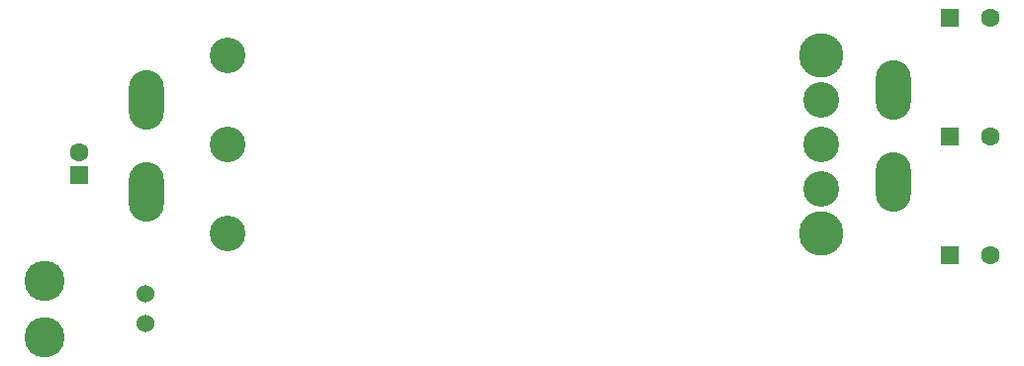
<source format=gbr>
%TF.GenerationSoftware,KiCad,Pcbnew,(6.0.7)*%
%TF.CreationDate,2023-03-20T21:12:15-05:00*%
%TF.ProjectId,2023,32303233-2e6b-4696-9361-645f70636258,rev?*%
%TF.SameCoordinates,Original*%
%TF.FileFunction,Soldermask,Bot*%
%TF.FilePolarity,Negative*%
%FSLAX46Y46*%
G04 Gerber Fmt 4.6, Leading zero omitted, Abs format (unit mm)*
G04 Created by KiCad (PCBNEW (6.0.7)) date 2023-03-20 21:12:15*
%MOMM*%
%LPD*%
G01*
G04 APERTURE LIST*
%ADD10O,3.000000X5.100000*%
%ADD11C,3.048000*%
%ADD12C,3.810000*%
%ADD13C,3.450000*%
%ADD14C,1.524000*%
%ADD15R,1.600000X1.600000*%
%ADD16C,1.600000*%
G04 APERTURE END LIST*
D10*
%TO.C,Conn3*%
X178936600Y-79036000D03*
X178936600Y-86910000D03*
%TD*%
D11*
%TO.C,VR1*%
X121920000Y-91313000D03*
X121920000Y-83693000D03*
X121920000Y-76073000D03*
D12*
X172720000Y-91313000D03*
X172720000Y-76073000D03*
D11*
X172720000Y-79883000D03*
X172720000Y-83693000D03*
X172720000Y-87503000D03*
%TD*%
D13*
%TO.C,Conn2*%
X106299000Y-95377000D03*
D14*
X114935000Y-96520000D03*
X114935000Y-99060000D03*
D13*
X106295000Y-100205000D03*
%TD*%
D10*
%TO.C,Conn1*%
X114997200Y-79883000D03*
X114997200Y-87757000D03*
%TD*%
D15*
%TO.C,C7*%
X183767349Y-72898000D03*
D16*
X187267349Y-72898000D03*
%TD*%
%TO.C,C6*%
X187267349Y-93218000D03*
D15*
X183767349Y-93218000D03*
%TD*%
%TO.C,C5*%
X183767349Y-83058000D03*
D16*
X187267349Y-83058000D03*
%TD*%
D15*
%TO.C,C1*%
X109220000Y-86360000D03*
D16*
X109220000Y-84360000D03*
%TD*%
M02*

</source>
